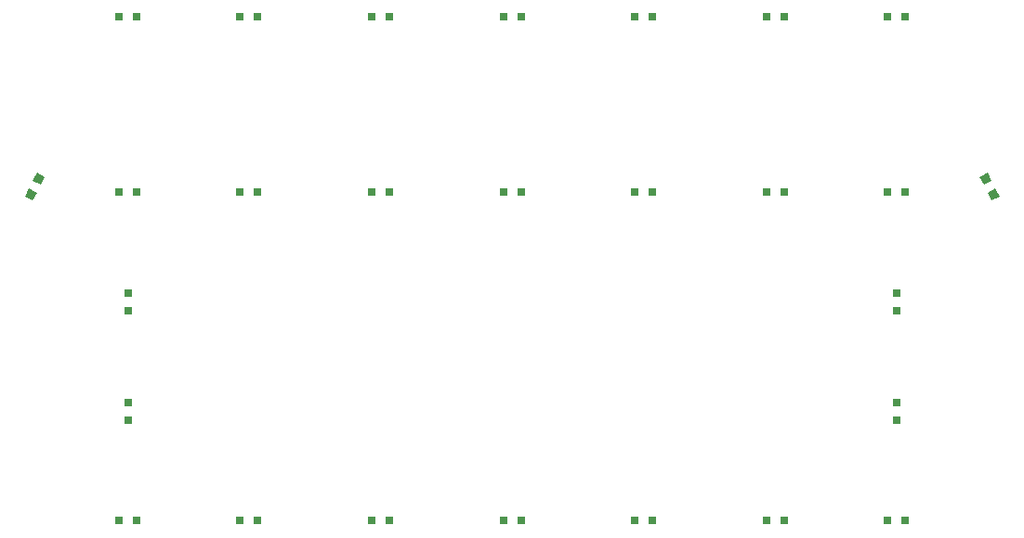
<source format=gtp>
G04 #@! TF.GenerationSoftware,KiCad,Pcbnew,(5.0.2)-1*
G04 #@! TF.CreationDate,2020-02-29T00:21:09+09:00*
G04 #@! TF.ProjectId,House,486f7573-652e-46b6-9963-61645f706362,rev?*
G04 #@! TF.SameCoordinates,Original*
G04 #@! TF.FileFunction,Paste,Top*
G04 #@! TF.FilePolarity,Positive*
%FSLAX46Y46*%
G04 Gerber Fmt 4.6, Leading zero omitted, Abs format (unit mm)*
G04 Created by KiCad (PCBNEW (5.0.2)-1) date 2020/02/29 0:21:09*
%MOMM*%
%LPD*%
G01*
G04 APERTURE LIST*
%ADD10R,0.800000X0.800000*%
%ADD11C,0.800000*%
%ADD12C,0.100000*%
G04 APERTURE END LIST*
D10*
G04 #@! TO.C,D13*
X172300000Y-98000000D03*
X170700000Y-98000000D03*
G04 #@! TD*
G04 #@! TO.C,D14*
X181700000Y-98000000D03*
X183300000Y-98000000D03*
G04 #@! TD*
G04 #@! TO.C,D15*
X182500000Y-88800000D03*
X182500000Y-87200000D03*
G04 #@! TD*
G04 #@! TO.C,D16*
X182500000Y-77200000D03*
X182500000Y-78800000D03*
G04 #@! TD*
G04 #@! TO.C,D17*
X113300000Y-68000000D03*
X111700000Y-68000000D03*
G04 #@! TD*
G04 #@! TO.C,D18*
X122700000Y-68000000D03*
X124300000Y-68000000D03*
G04 #@! TD*
G04 #@! TO.C,D19*
X136300000Y-68000000D03*
X134700000Y-68000000D03*
G04 #@! TD*
G04 #@! TO.C,D20*
X146700000Y-68000000D03*
X148300000Y-68000000D03*
G04 #@! TD*
G04 #@! TO.C,D21*
X160300000Y-68000000D03*
X158700000Y-68000000D03*
G04 #@! TD*
G04 #@! TO.C,D22*
X170700000Y-68000000D03*
X172300000Y-68000000D03*
G04 #@! TD*
G04 #@! TO.C,D23*
X183300000Y-68000000D03*
X181700000Y-68000000D03*
G04 #@! TD*
D11*
G04 #@! TO.C,D24*
X191358207Y-68215323D03*
D12*
G36*
X191894972Y-68393881D02*
X191179649Y-68752088D01*
X190821442Y-68036765D01*
X191536765Y-67678558D01*
X191894972Y-68393881D01*
X191894972Y-68393881D01*
G37*
D11*
X190641793Y-66784677D03*
D12*
G36*
X191178558Y-66963235D02*
X190463235Y-67321442D01*
X190105028Y-66606119D01*
X190820351Y-66247912D01*
X191178558Y-66963235D01*
X191178558Y-66963235D01*
G37*
G04 #@! TD*
D10*
G04 #@! TO.C,D25*
X136300000Y-98000000D03*
X134700000Y-98000000D03*
G04 #@! TD*
G04 #@! TO.C,D26*
X146700000Y-98000000D03*
X148300000Y-98000000D03*
G04 #@! TD*
G04 #@! TO.C,D27*
X158700000Y-98000000D03*
X160300000Y-98000000D03*
G04 #@! TD*
D11*
G04 #@! TO.C,D1*
X104358207Y-66784677D03*
D12*
G36*
X104179649Y-66247912D02*
X104894972Y-66606119D01*
X104536765Y-67321442D01*
X103821442Y-66963235D01*
X104179649Y-66247912D01*
X104179649Y-66247912D01*
G37*
D11*
X103641793Y-68215323D03*
D12*
G36*
X103463235Y-67678558D02*
X104178558Y-68036765D01*
X103820351Y-68752088D01*
X103105028Y-68393881D01*
X103463235Y-67678558D01*
X103463235Y-67678558D01*
G37*
G04 #@! TD*
D10*
G04 #@! TO.C,D2*
X111700000Y-52000000D03*
X113300000Y-52000000D03*
G04 #@! TD*
G04 #@! TO.C,D3*
X122700000Y-52000000D03*
X124300000Y-52000000D03*
G04 #@! TD*
G04 #@! TO.C,D4*
X134700000Y-52000000D03*
X136300000Y-52000000D03*
G04 #@! TD*
G04 #@! TO.C,D5*
X148300000Y-52000000D03*
X146700000Y-52000000D03*
G04 #@! TD*
G04 #@! TO.C,D6*
X160300000Y-52000000D03*
X158700000Y-52000000D03*
G04 #@! TD*
G04 #@! TO.C,D7*
X170700000Y-52000000D03*
X172300000Y-52000000D03*
G04 #@! TD*
G04 #@! TO.C,D8*
X181700000Y-52000000D03*
X183300000Y-52000000D03*
G04 #@! TD*
G04 #@! TO.C,D9*
X112500000Y-77200000D03*
X112500000Y-78800000D03*
G04 #@! TD*
G04 #@! TO.C,D10*
X112500000Y-87200000D03*
X112500000Y-88800000D03*
G04 #@! TD*
G04 #@! TO.C,D11*
X111700000Y-98000000D03*
X113300000Y-98000000D03*
G04 #@! TD*
G04 #@! TO.C,D12*
X122700000Y-98000000D03*
X124300000Y-98000000D03*
G04 #@! TD*
M02*

</source>
